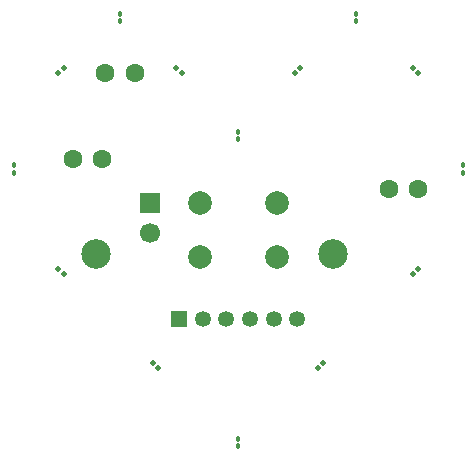
<source format=gbr>
%TF.GenerationSoftware,KiCad,Pcbnew,9.0.6*%
%TF.CreationDate,2026-01-31T16:43:30+03:00*%
%TF.ProjectId,st-valentine-postcard,73742d76-616c-4656-9e74-696e652d706f,rev?*%
%TF.SameCoordinates,Original*%
%TF.FileFunction,Soldermask,Top*%
%TF.FilePolarity,Negative*%
%FSLAX46Y46*%
G04 Gerber Fmt 4.6, Leading zero omitted, Abs format (unit mm)*
G04 Created by KiCad (PCBNEW 9.0.6) date 2026-01-31 16:43:30*
%MOMM*%
%LPD*%
G01*
G04 APERTURE LIST*
G04 Aperture macros list*
%AMRoundRect*
0 Rectangle with rounded corners*
0 $1 Rounding radius*
0 $2 $3 $4 $5 $6 $7 $8 $9 X,Y pos of 4 corners*
0 Add a 4 corners polygon primitive as box body*
4,1,4,$2,$3,$4,$5,$6,$7,$8,$9,$2,$3,0*
0 Add four circle primitives for the rounded corners*
1,1,$1+$1,$2,$3*
1,1,$1+$1,$4,$5*
1,1,$1+$1,$6,$7*
1,1,$1+$1,$8,$9*
0 Add four rect primitives between the rounded corners*
20,1,$1+$1,$2,$3,$4,$5,0*
20,1,$1+$1,$4,$5,$6,$7,0*
20,1,$1+$1,$6,$7,$8,$9,0*
20,1,$1+$1,$8,$9,$2,$3,0*%
G04 Aperture macros list end*
%ADD10RoundRect,0.100000X-0.162635X0.021213X0.021213X-0.162635X0.162635X-0.021213X-0.021213X0.162635X0*%
%ADD11RoundRect,0.100000X-0.100000X0.130000X-0.100000X-0.130000X0.100000X-0.130000X0.100000X0.130000X0*%
%ADD12R,1.350000X1.350000*%
%ADD13C,1.350000*%
%ADD14RoundRect,0.100000X0.100000X-0.130000X0.100000X0.130000X-0.100000X0.130000X-0.100000X-0.130000X0*%
%ADD15RoundRect,0.100000X0.021213X0.162635X-0.162635X-0.021213X-0.021213X-0.162635X0.162635X0.021213X0*%
%ADD16C,2.000000*%
%ADD17R,1.700000X1.700000*%
%ADD18C,1.700000*%
%ADD19RoundRect,0.100000X-0.021213X-0.162635X0.162635X0.021213X0.021213X0.162635X-0.162635X-0.021213X0*%
%ADD20RoundRect,0.100000X0.162635X-0.021213X-0.021213X0.162635X-0.162635X0.021213X0.021213X-0.162635X0*%
%ADD21C,1.600000*%
%ADD22C,2.500000*%
G04 APERTURE END LIST*
D10*
%TO.C,D4*%
X164773726Y-76273726D03*
X165226274Y-76726274D03*
%TD*%
D11*
%TO.C,D5*%
X169000000Y-84525000D03*
X169000000Y-85165000D03*
%TD*%
D10*
%TO.C,D10*%
X134773726Y-93273726D03*
X135226274Y-93726274D03*
%TD*%
D12*
%TO.C,J1*%
X145000000Y-97500000D03*
D13*
X147000000Y-97500000D03*
X149000000Y-97500000D03*
X151000000Y-97500000D03*
X153000000Y-97500000D03*
X155000000Y-97500000D03*
%TD*%
D14*
%TO.C,D8*%
X150000000Y-108320000D03*
X150000000Y-107680000D03*
%TD*%
D10*
%TO.C,D9*%
X142773726Y-101273726D03*
X143226274Y-101726274D03*
%TD*%
D11*
%TO.C,D11*%
X131000000Y-84530000D03*
X131000000Y-85170000D03*
%TD*%
D15*
%TO.C,D6*%
X165226274Y-93273726D03*
X164773726Y-93726274D03*
%TD*%
%TO.C,D12*%
X135226274Y-76273726D03*
X134773726Y-76726274D03*
%TD*%
D16*
%TO.C,SW1*%
X146750000Y-87750000D03*
X153250000Y-87750000D03*
X146750000Y-92250000D03*
X153250000Y-92250000D03*
%TD*%
D17*
%TO.C,J2*%
X142500000Y-87725000D03*
D18*
X142500000Y-90265000D03*
%TD*%
D19*
%TO.C,D7*%
X156773726Y-101726274D03*
X157226274Y-101273726D03*
%TD*%
D11*
%TO.C,D1*%
X150000000Y-81680000D03*
X150000000Y-82320000D03*
%TD*%
D19*
%TO.C,D2*%
X154773726Y-76726274D03*
X155226274Y-76273726D03*
%TD*%
D20*
%TO.C,D14*%
X145226274Y-76726274D03*
X144773726Y-76273726D03*
%TD*%
D11*
%TO.C,D3*%
X160000000Y-71680000D03*
X160000000Y-72320000D03*
%TD*%
D14*
%TO.C,D13*%
X140000000Y-72320000D03*
X140000000Y-71680000D03*
%TD*%
D21*
%TO.C,C2*%
X165250000Y-86500000D03*
X162750000Y-86500000D03*
%TD*%
%TO.C,C1*%
X138500000Y-84000000D03*
X136000000Y-84000000D03*
%TD*%
D22*
%TO.C,BT1*%
X138000000Y-92000000D03*
X158000000Y-92000000D03*
%TD*%
D21*
%TO.C,C3*%
X141250000Y-76750000D03*
X138750000Y-76750000D03*
%TD*%
M02*

</source>
